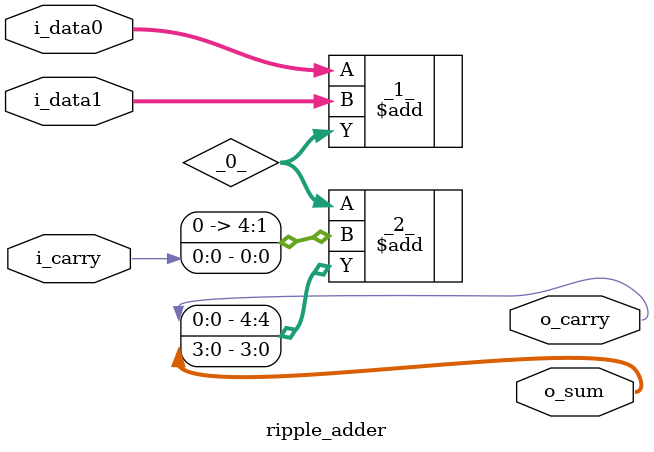
<source format=v>
/* Generated by Yosys 0.53 (git sha1 53c22ab7c0ced80861c7536c5dae682c30fb5834, g++ 15.1.1 -O2 -flto=auto -ffat-lto-objects -fexceptions -fstack-protector-strong -m64 -march=x86-64 -mtune=generic -fasynchronous-unwind-tables -fstack-clash-protection -fcf-protection -mtls-dialect=gnu2 -fno-omit-frame-pointer -mno-omit-leaf-frame-pointer -fPIC -O3) */

(* dynports =  1  *)
(* top =  1  *)
module ripple_adder(i_carry, i_data0, i_data1, o_sum, o_carry);
  wire [4:0] _0_;
  input i_carry;
  wire i_carry;
  input [3:0] i_data0;
  wire [3:0] i_data0;
  input [3:0] i_data1;
  wire [3:0] i_data1;
  output o_carry;
  wire o_carry;
  output [3:0] o_sum;
  wire [3:0] o_sum;
  \$add  #(
    .A_SIGNED(32'd0),
    .A_WIDTH(32'd4),
    .B_SIGNED(32'd0),
    .B_WIDTH(32'd4),
    .Y_WIDTH(32'd5)
  ) _1_ (
    .A(i_data0),
    .B(i_data1),
    .Y(_0_)
  );
  \$add  #(
    .A_SIGNED(32'd0),
    .A_WIDTH(32'd5),
    .B_SIGNED(32'd0),
    .B_WIDTH(32'd5),
    .Y_WIDTH(32'd5)
  ) _2_ (
    .A(_0_),
    .B({ 4'h0, i_carry }),
    .Y({ o_carry, o_sum })
  );
endmodule

</source>
